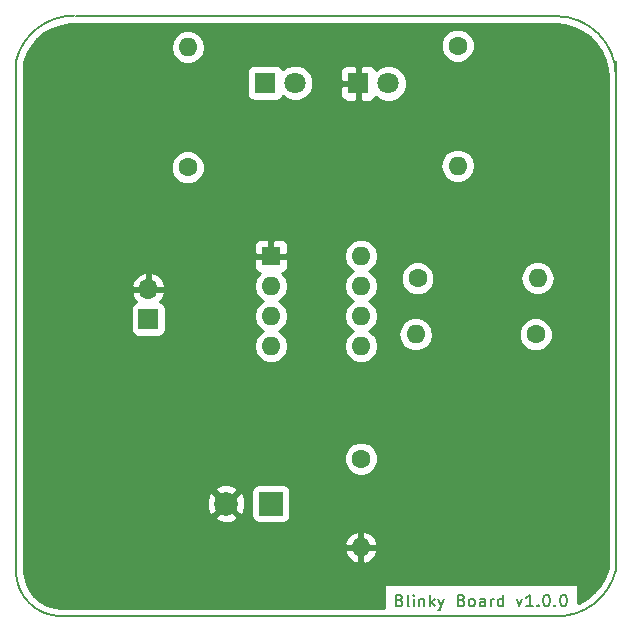
<source format=gbr>
G04 #@! TF.GenerationSoftware,KiCad,Pcbnew,(5.0.2)-1*
G04 #@! TF.CreationDate,2019-03-28T21:57:09+05:00*
G04 #@! TF.ProjectId,LM555Blinky,4c4d3535-3542-46c6-996e-6b792e6b6963,rev?*
G04 #@! TF.SameCoordinates,Original*
G04 #@! TF.FileFunction,Copper,L2,Bot*
G04 #@! TF.FilePolarity,Positive*
%FSLAX46Y46*%
G04 Gerber Fmt 4.6, Leading zero omitted, Abs format (unit mm)*
G04 Created by KiCad (PCBNEW (5.0.2)-1) date 3/28/2019 9:57:09 PM*
%MOMM*%
%LPD*%
G01*
G04 APERTURE LIST*
G04 #@! TA.AperFunction,NonConductor*
%ADD10C,0.200000*%
G04 #@! TD*
G04 #@! TA.AperFunction,NonConductor*
%ADD11C,0.150000*%
G04 #@! TD*
G04 #@! TA.AperFunction,ComponentPad*
%ADD12C,1.600000*%
G04 #@! TD*
G04 #@! TA.AperFunction,ComponentPad*
%ADD13O,1.600000X1.600000*%
G04 #@! TD*
G04 #@! TA.AperFunction,ComponentPad*
%ADD14R,2.000000X2.000000*%
G04 #@! TD*
G04 #@! TA.AperFunction,ComponentPad*
%ADD15C,2.000000*%
G04 #@! TD*
G04 #@! TA.AperFunction,ComponentPad*
%ADD16C,1.800000*%
G04 #@! TD*
G04 #@! TA.AperFunction,ComponentPad*
%ADD17R,1.800000X1.800000*%
G04 #@! TD*
G04 #@! TA.AperFunction,ComponentPad*
%ADD18R,1.600000X1.600000*%
G04 #@! TD*
G04 #@! TA.AperFunction,ComponentPad*
%ADD19R,1.700000X1.700000*%
G04 #@! TD*
G04 #@! TA.AperFunction,ComponentPad*
%ADD20O,1.700000X1.700000*%
G04 #@! TD*
G04 #@! TA.AperFunction,Conductor*
%ADD21C,0.254000*%
G04 #@! TD*
G04 APERTURE END LIST*
D10*
X197589047Y-112958571D02*
X197731904Y-113006190D01*
X197779523Y-113053809D01*
X197827142Y-113149047D01*
X197827142Y-113291904D01*
X197779523Y-113387142D01*
X197731904Y-113434761D01*
X197636666Y-113482380D01*
X197255714Y-113482380D01*
X197255714Y-112482380D01*
X197589047Y-112482380D01*
X197684285Y-112530000D01*
X197731904Y-112577619D01*
X197779523Y-112672857D01*
X197779523Y-112768095D01*
X197731904Y-112863333D01*
X197684285Y-112910952D01*
X197589047Y-112958571D01*
X197255714Y-112958571D01*
X198398571Y-113482380D02*
X198303333Y-113434761D01*
X198255714Y-113339523D01*
X198255714Y-112482380D01*
X198779523Y-113482380D02*
X198779523Y-112815714D01*
X198779523Y-112482380D02*
X198731904Y-112530000D01*
X198779523Y-112577619D01*
X198827142Y-112530000D01*
X198779523Y-112482380D01*
X198779523Y-112577619D01*
X199255714Y-112815714D02*
X199255714Y-113482380D01*
X199255714Y-112910952D02*
X199303333Y-112863333D01*
X199398571Y-112815714D01*
X199541428Y-112815714D01*
X199636666Y-112863333D01*
X199684285Y-112958571D01*
X199684285Y-113482380D01*
X200160476Y-113482380D02*
X200160476Y-112482380D01*
X200255714Y-113101428D02*
X200541428Y-113482380D01*
X200541428Y-112815714D02*
X200160476Y-113196666D01*
X200874761Y-112815714D02*
X201112857Y-113482380D01*
X201350952Y-112815714D02*
X201112857Y-113482380D01*
X201017619Y-113720476D01*
X200970000Y-113768095D01*
X200874761Y-113815714D01*
X202827142Y-112958571D02*
X202970000Y-113006190D01*
X203017619Y-113053809D01*
X203065238Y-113149047D01*
X203065238Y-113291904D01*
X203017619Y-113387142D01*
X202970000Y-113434761D01*
X202874761Y-113482380D01*
X202493809Y-113482380D01*
X202493809Y-112482380D01*
X202827142Y-112482380D01*
X202922380Y-112530000D01*
X202970000Y-112577619D01*
X203017619Y-112672857D01*
X203017619Y-112768095D01*
X202970000Y-112863333D01*
X202922380Y-112910952D01*
X202827142Y-112958571D01*
X202493809Y-112958571D01*
X203636666Y-113482380D02*
X203541428Y-113434761D01*
X203493809Y-113387142D01*
X203446190Y-113291904D01*
X203446190Y-113006190D01*
X203493809Y-112910952D01*
X203541428Y-112863333D01*
X203636666Y-112815714D01*
X203779523Y-112815714D01*
X203874761Y-112863333D01*
X203922380Y-112910952D01*
X203970000Y-113006190D01*
X203970000Y-113291904D01*
X203922380Y-113387142D01*
X203874761Y-113434761D01*
X203779523Y-113482380D01*
X203636666Y-113482380D01*
X204827142Y-113482380D02*
X204827142Y-112958571D01*
X204779523Y-112863333D01*
X204684285Y-112815714D01*
X204493809Y-112815714D01*
X204398571Y-112863333D01*
X204827142Y-113434761D02*
X204731904Y-113482380D01*
X204493809Y-113482380D01*
X204398571Y-113434761D01*
X204350952Y-113339523D01*
X204350952Y-113244285D01*
X204398571Y-113149047D01*
X204493809Y-113101428D01*
X204731904Y-113101428D01*
X204827142Y-113053809D01*
X205303333Y-113482380D02*
X205303333Y-112815714D01*
X205303333Y-113006190D02*
X205350952Y-112910952D01*
X205398571Y-112863333D01*
X205493809Y-112815714D01*
X205589047Y-112815714D01*
X206350952Y-113482380D02*
X206350952Y-112482380D01*
X206350952Y-113434761D02*
X206255714Y-113482380D01*
X206065238Y-113482380D01*
X205970000Y-113434761D01*
X205922380Y-113387142D01*
X205874761Y-113291904D01*
X205874761Y-113006190D01*
X205922380Y-112910952D01*
X205970000Y-112863333D01*
X206065238Y-112815714D01*
X206255714Y-112815714D01*
X206350952Y-112863333D01*
X207493809Y-112815714D02*
X207731904Y-113482380D01*
X207970000Y-112815714D01*
X208874761Y-113482380D02*
X208303333Y-113482380D01*
X208589047Y-113482380D02*
X208589047Y-112482380D01*
X208493809Y-112625238D01*
X208398571Y-112720476D01*
X208303333Y-112768095D01*
X209303333Y-113387142D02*
X209350952Y-113434761D01*
X209303333Y-113482380D01*
X209255714Y-113434761D01*
X209303333Y-113387142D01*
X209303333Y-113482380D01*
X209970000Y-112482380D02*
X210065238Y-112482380D01*
X210160476Y-112530000D01*
X210208095Y-112577619D01*
X210255714Y-112672857D01*
X210303333Y-112863333D01*
X210303333Y-113101428D01*
X210255714Y-113291904D01*
X210208095Y-113387142D01*
X210160476Y-113434761D01*
X210065238Y-113482380D01*
X209970000Y-113482380D01*
X209874761Y-113434761D01*
X209827142Y-113387142D01*
X209779523Y-113291904D01*
X209731904Y-113101428D01*
X209731904Y-112863333D01*
X209779523Y-112672857D01*
X209827142Y-112577619D01*
X209874761Y-112530000D01*
X209970000Y-112482380D01*
X210731904Y-113387142D02*
X210779523Y-113434761D01*
X210731904Y-113482380D01*
X210684285Y-113434761D01*
X210731904Y-113387142D01*
X210731904Y-113482380D01*
X211398571Y-112482380D02*
X211493809Y-112482380D01*
X211589047Y-112530000D01*
X211636666Y-112577619D01*
X211684285Y-112672857D01*
X211731904Y-112863333D01*
X211731904Y-113101428D01*
X211684285Y-113291904D01*
X211636666Y-113387142D01*
X211589047Y-113434761D01*
X211493809Y-113482380D01*
X211398571Y-113482380D01*
X211303333Y-113434761D01*
X211255714Y-113387142D01*
X211208095Y-113291904D01*
X211160476Y-113101428D01*
X211160476Y-112863333D01*
X211208095Y-112672857D01*
X211255714Y-112577619D01*
X211303333Y-112530000D01*
X211398571Y-112482380D01*
D11*
X210820000Y-63500000D02*
G75*
G02X215900000Y-68580000I0J-5080000D01*
G01*
X165100000Y-67310000D02*
G75*
G02X170028324Y-63462081I4928324J-1232081D01*
G01*
X215865426Y-110481356D02*
G75*
G02X210820000Y-114300000I-4893750J1223437D01*
G01*
X168910000Y-114300000D02*
G75*
G02X165100000Y-110490000I0J3810000D01*
G01*
X165100000Y-110490000D02*
X165100000Y-67310000D01*
X168910000Y-114300000D02*
X210820000Y-114300000D01*
X215900000Y-67310000D02*
X215900000Y-110490000D01*
X170180000Y-63500000D02*
X210820000Y-63500000D01*
D12*
G04 #@! TO.P,C2,1*
G04 #@! TO.N,Net-(C2-Pad1)*
X194310000Y-100965000D03*
D13*
G04 #@! TO.P,C2,2*
G04 #@! TO.N,GND*
X194310000Y-108465000D03*
G04 #@! TD*
D14*
G04 #@! TO.P,C1,1*
G04 #@! TO.N,/TRIG*
X186690000Y-104775000D03*
D15*
G04 #@! TO.P,C1,2*
G04 #@! TO.N,GND*
X182890000Y-104775000D03*
G04 #@! TD*
D16*
G04 #@! TO.P,D2,2*
G04 #@! TO.N,Net-(D2-Pad2)*
X196640000Y-69200000D03*
D17*
G04 #@! TO.P,D2,1*
G04 #@! TO.N,GND*
X194100000Y-69200000D03*
G04 #@! TD*
G04 #@! TO.P,D1,1*
G04 #@! TO.N,/BLINK*
X186200000Y-69150000D03*
D16*
G04 #@! TO.P,D1,2*
G04 #@! TO.N,Net-(D1-Pad2)*
X188740000Y-69150000D03*
G04 #@! TD*
D18*
G04 #@! TO.P,U1,1*
G04 #@! TO.N,GND*
X186690000Y-83820000D03*
D13*
G04 #@! TO.P,U1,5*
G04 #@! TO.N,Net-(C2-Pad1)*
X194310000Y-91440000D03*
G04 #@! TO.P,U1,2*
G04 #@! TO.N,/TRIG*
X186690000Y-86360000D03*
G04 #@! TO.P,U1,6*
X194310000Y-88900000D03*
G04 #@! TO.P,U1,3*
G04 #@! TO.N,/BLINK*
X186690000Y-88900000D03*
G04 #@! TO.P,U1,7*
G04 #@! TO.N,Net-(R1-Pad2)*
X194310000Y-86360000D03*
G04 #@! TO.P,U1,4*
G04 #@! TO.N,Net-(U1-Pad4)*
X186690000Y-91440000D03*
G04 #@! TO.P,U1,8*
G04 #@! TO.N,VCC*
X194310000Y-83820000D03*
G04 #@! TD*
G04 #@! TO.P,R4,2*
G04 #@! TO.N,Net-(D2-Pad2)*
X179650000Y-66140000D03*
D12*
G04 #@! TO.P,R4,1*
G04 #@! TO.N,/BLINK*
X179650000Y-76300000D03*
G04 #@! TD*
G04 #@! TO.P,R3,1*
G04 #@! TO.N,VCC*
X209100000Y-90450000D03*
D13*
G04 #@! TO.P,R3,2*
G04 #@! TO.N,Net-(D1-Pad2)*
X198940000Y-90450000D03*
G04 #@! TD*
G04 #@! TO.P,R2,2*
G04 #@! TO.N,/TRIG*
X209260000Y-85700000D03*
D12*
G04 #@! TO.P,R2,1*
G04 #@! TO.N,Net-(R1-Pad2)*
X199100000Y-85700000D03*
G04 #@! TD*
G04 #@! TO.P,R1,1*
G04 #@! TO.N,VCC*
X202500000Y-66000000D03*
D13*
G04 #@! TO.P,R1,2*
G04 #@! TO.N,Net-(R1-Pad2)*
X202500000Y-76160000D03*
G04 #@! TD*
D19*
G04 #@! TO.P,J1,1*
G04 #@! TO.N,VCC*
X176300000Y-89150000D03*
D20*
G04 #@! TO.P,J1,2*
G04 #@! TO.N,GND*
X176300000Y-86610000D03*
G04 #@! TD*
D21*
G04 #@! TO.N,GND*
G36*
X170110074Y-64210000D02*
X210788382Y-64210000D01*
X211593358Y-64281842D01*
X212342277Y-64486723D01*
X213043072Y-64820986D01*
X213673605Y-65274069D01*
X214213934Y-65831645D01*
X214646989Y-66476099D01*
X214959073Y-67187044D01*
X215141640Y-67947493D01*
X215190000Y-68606031D01*
X215190001Y-110262031D01*
X214921435Y-111036019D01*
X214544142Y-111707354D01*
X214053920Y-112301274D01*
X213466275Y-112798994D01*
X212799778Y-113184786D01*
X212657381Y-113236231D01*
X212657381Y-111625000D01*
X196282619Y-111625000D01*
X196282619Y-113590000D01*
X168945964Y-113590000D01*
X168287396Y-113523105D01*
X167690218Y-113335961D01*
X167142875Y-113032563D01*
X166667711Y-112625299D01*
X166284148Y-112130812D01*
X166007852Y-111569304D01*
X165847896Y-110955227D01*
X165810000Y-110462730D01*
X165810000Y-108814041D01*
X192918086Y-108814041D01*
X193157611Y-109320134D01*
X193572577Y-109696041D01*
X193960961Y-109856904D01*
X194183000Y-109734915D01*
X194183000Y-108592000D01*
X194437000Y-108592000D01*
X194437000Y-109734915D01*
X194659039Y-109856904D01*
X195047423Y-109696041D01*
X195462389Y-109320134D01*
X195701914Y-108814041D01*
X195580629Y-108592000D01*
X194437000Y-108592000D01*
X194183000Y-108592000D01*
X193039371Y-108592000D01*
X192918086Y-108814041D01*
X165810000Y-108814041D01*
X165810000Y-108115959D01*
X192918086Y-108115959D01*
X193039371Y-108338000D01*
X194183000Y-108338000D01*
X194183000Y-107195085D01*
X194437000Y-107195085D01*
X194437000Y-108338000D01*
X195580629Y-108338000D01*
X195701914Y-108115959D01*
X195462389Y-107609866D01*
X195047423Y-107233959D01*
X194659039Y-107073096D01*
X194437000Y-107195085D01*
X194183000Y-107195085D01*
X193960961Y-107073096D01*
X193572577Y-107233959D01*
X193157611Y-107609866D01*
X192918086Y-108115959D01*
X165810000Y-108115959D01*
X165810000Y-105927532D01*
X181917073Y-105927532D01*
X182015736Y-106194387D01*
X182625461Y-106420908D01*
X183275460Y-106396856D01*
X183764264Y-106194387D01*
X183862927Y-105927532D01*
X182890000Y-104954605D01*
X181917073Y-105927532D01*
X165810000Y-105927532D01*
X165810000Y-104510461D01*
X181244092Y-104510461D01*
X181268144Y-105160460D01*
X181470613Y-105649264D01*
X181737468Y-105747927D01*
X182710395Y-104775000D01*
X183069605Y-104775000D01*
X184042532Y-105747927D01*
X184309387Y-105649264D01*
X184535908Y-105039539D01*
X184511856Y-104389540D01*
X184309387Y-103900736D01*
X184042532Y-103802073D01*
X183069605Y-104775000D01*
X182710395Y-104775000D01*
X181737468Y-103802073D01*
X181470613Y-103900736D01*
X181244092Y-104510461D01*
X165810000Y-104510461D01*
X165810000Y-103622468D01*
X181917073Y-103622468D01*
X182890000Y-104595395D01*
X183710395Y-103775000D01*
X185042560Y-103775000D01*
X185042560Y-105775000D01*
X185091843Y-106022765D01*
X185232191Y-106232809D01*
X185442235Y-106373157D01*
X185690000Y-106422440D01*
X187690000Y-106422440D01*
X187937765Y-106373157D01*
X188147809Y-106232809D01*
X188288157Y-106022765D01*
X188337440Y-105775000D01*
X188337440Y-103775000D01*
X188288157Y-103527235D01*
X188147809Y-103317191D01*
X187937765Y-103176843D01*
X187690000Y-103127560D01*
X185690000Y-103127560D01*
X185442235Y-103176843D01*
X185232191Y-103317191D01*
X185091843Y-103527235D01*
X185042560Y-103775000D01*
X183710395Y-103775000D01*
X183862927Y-103622468D01*
X183764264Y-103355613D01*
X183154539Y-103129092D01*
X182504540Y-103153144D01*
X182015736Y-103355613D01*
X181917073Y-103622468D01*
X165810000Y-103622468D01*
X165810000Y-100679561D01*
X192875000Y-100679561D01*
X192875000Y-101250439D01*
X193093466Y-101777862D01*
X193497138Y-102181534D01*
X194024561Y-102400000D01*
X194595439Y-102400000D01*
X195122862Y-102181534D01*
X195526534Y-101777862D01*
X195745000Y-101250439D01*
X195745000Y-100679561D01*
X195526534Y-100152138D01*
X195122862Y-99748466D01*
X194595439Y-99530000D01*
X194024561Y-99530000D01*
X193497138Y-99748466D01*
X193093466Y-100152138D01*
X192875000Y-100679561D01*
X165810000Y-100679561D01*
X165810000Y-88300000D01*
X174802560Y-88300000D01*
X174802560Y-90000000D01*
X174851843Y-90247765D01*
X174992191Y-90457809D01*
X175202235Y-90598157D01*
X175450000Y-90647440D01*
X177150000Y-90647440D01*
X177397765Y-90598157D01*
X177607809Y-90457809D01*
X177748157Y-90247765D01*
X177797440Y-90000000D01*
X177797440Y-88300000D01*
X177748157Y-88052235D01*
X177607809Y-87842191D01*
X177397765Y-87701843D01*
X177294292Y-87681261D01*
X177571645Y-87376924D01*
X177741476Y-86966890D01*
X177620155Y-86737000D01*
X176427000Y-86737000D01*
X176427000Y-86757000D01*
X176173000Y-86757000D01*
X176173000Y-86737000D01*
X174979845Y-86737000D01*
X174858524Y-86966890D01*
X175028355Y-87376924D01*
X175305708Y-87681261D01*
X175202235Y-87701843D01*
X174992191Y-87842191D01*
X174851843Y-88052235D01*
X174802560Y-88300000D01*
X165810000Y-88300000D01*
X165810000Y-86253110D01*
X174858524Y-86253110D01*
X174979845Y-86483000D01*
X176173000Y-86483000D01*
X176173000Y-85289181D01*
X176427000Y-85289181D01*
X176427000Y-86483000D01*
X177620155Y-86483000D01*
X177685066Y-86360000D01*
X185226887Y-86360000D01*
X185338260Y-86919909D01*
X185655423Y-87394577D01*
X186007758Y-87630000D01*
X185655423Y-87865423D01*
X185338260Y-88340091D01*
X185226887Y-88900000D01*
X185338260Y-89459909D01*
X185655423Y-89934577D01*
X186007758Y-90170000D01*
X185655423Y-90405423D01*
X185338260Y-90880091D01*
X185226887Y-91440000D01*
X185338260Y-91999909D01*
X185655423Y-92474577D01*
X186130091Y-92791740D01*
X186548667Y-92875000D01*
X186831333Y-92875000D01*
X187249909Y-92791740D01*
X187724577Y-92474577D01*
X188041740Y-91999909D01*
X188153113Y-91440000D01*
X188041740Y-90880091D01*
X187724577Y-90405423D01*
X187372242Y-90170000D01*
X187724577Y-89934577D01*
X188041740Y-89459909D01*
X188153113Y-88900000D01*
X188041740Y-88340091D01*
X187724577Y-87865423D01*
X187372242Y-87630000D01*
X187724577Y-87394577D01*
X188041740Y-86919909D01*
X188153113Y-86360000D01*
X188041740Y-85800091D01*
X187724577Y-85325423D01*
X187618082Y-85254265D01*
X187849698Y-85158327D01*
X188028327Y-84979699D01*
X188125000Y-84746310D01*
X188125000Y-84105750D01*
X187966250Y-83947000D01*
X186817000Y-83947000D01*
X186817000Y-83967000D01*
X186563000Y-83967000D01*
X186563000Y-83947000D01*
X185413750Y-83947000D01*
X185255000Y-84105750D01*
X185255000Y-84746310D01*
X185351673Y-84979699D01*
X185530302Y-85158327D01*
X185761918Y-85254265D01*
X185655423Y-85325423D01*
X185338260Y-85800091D01*
X185226887Y-86360000D01*
X177685066Y-86360000D01*
X177741476Y-86253110D01*
X177571645Y-85843076D01*
X177181358Y-85414817D01*
X176656892Y-85168514D01*
X176427000Y-85289181D01*
X176173000Y-85289181D01*
X175943108Y-85168514D01*
X175418642Y-85414817D01*
X175028355Y-85843076D01*
X174858524Y-86253110D01*
X165810000Y-86253110D01*
X165810000Y-83820000D01*
X192846887Y-83820000D01*
X192958260Y-84379909D01*
X193275423Y-84854577D01*
X193627758Y-85090000D01*
X193275423Y-85325423D01*
X192958260Y-85800091D01*
X192846887Y-86360000D01*
X192958260Y-86919909D01*
X193275423Y-87394577D01*
X193627758Y-87630000D01*
X193275423Y-87865423D01*
X192958260Y-88340091D01*
X192846887Y-88900000D01*
X192958260Y-89459909D01*
X193275423Y-89934577D01*
X193627758Y-90170000D01*
X193275423Y-90405423D01*
X192958260Y-90880091D01*
X192846887Y-91440000D01*
X192958260Y-91999909D01*
X193275423Y-92474577D01*
X193750091Y-92791740D01*
X194168667Y-92875000D01*
X194451333Y-92875000D01*
X194869909Y-92791740D01*
X195344577Y-92474577D01*
X195661740Y-91999909D01*
X195773113Y-91440000D01*
X195661740Y-90880091D01*
X195374363Y-90450000D01*
X197476887Y-90450000D01*
X197588260Y-91009909D01*
X197905423Y-91484577D01*
X198380091Y-91801740D01*
X198798667Y-91885000D01*
X199081333Y-91885000D01*
X199499909Y-91801740D01*
X199974577Y-91484577D01*
X200291740Y-91009909D01*
X200403113Y-90450000D01*
X200346336Y-90164561D01*
X207665000Y-90164561D01*
X207665000Y-90735439D01*
X207883466Y-91262862D01*
X208287138Y-91666534D01*
X208814561Y-91885000D01*
X209385439Y-91885000D01*
X209912862Y-91666534D01*
X210316534Y-91262862D01*
X210535000Y-90735439D01*
X210535000Y-90164561D01*
X210316534Y-89637138D01*
X209912862Y-89233466D01*
X209385439Y-89015000D01*
X208814561Y-89015000D01*
X208287138Y-89233466D01*
X207883466Y-89637138D01*
X207665000Y-90164561D01*
X200346336Y-90164561D01*
X200291740Y-89890091D01*
X199974577Y-89415423D01*
X199499909Y-89098260D01*
X199081333Y-89015000D01*
X198798667Y-89015000D01*
X198380091Y-89098260D01*
X197905423Y-89415423D01*
X197588260Y-89890091D01*
X197476887Y-90450000D01*
X195374363Y-90450000D01*
X195344577Y-90405423D01*
X194992242Y-90170000D01*
X195344577Y-89934577D01*
X195661740Y-89459909D01*
X195773113Y-88900000D01*
X195661740Y-88340091D01*
X195344577Y-87865423D01*
X194992242Y-87630000D01*
X195344577Y-87394577D01*
X195661740Y-86919909D01*
X195773113Y-86360000D01*
X195661740Y-85800091D01*
X195404138Y-85414561D01*
X197665000Y-85414561D01*
X197665000Y-85985439D01*
X197883466Y-86512862D01*
X198287138Y-86916534D01*
X198814561Y-87135000D01*
X199385439Y-87135000D01*
X199912862Y-86916534D01*
X200316534Y-86512862D01*
X200535000Y-85985439D01*
X200535000Y-85700000D01*
X207796887Y-85700000D01*
X207908260Y-86259909D01*
X208225423Y-86734577D01*
X208700091Y-87051740D01*
X209118667Y-87135000D01*
X209401333Y-87135000D01*
X209819909Y-87051740D01*
X210294577Y-86734577D01*
X210611740Y-86259909D01*
X210723113Y-85700000D01*
X210611740Y-85140091D01*
X210294577Y-84665423D01*
X209819909Y-84348260D01*
X209401333Y-84265000D01*
X209118667Y-84265000D01*
X208700091Y-84348260D01*
X208225423Y-84665423D01*
X207908260Y-85140091D01*
X207796887Y-85700000D01*
X200535000Y-85700000D01*
X200535000Y-85414561D01*
X200316534Y-84887138D01*
X199912862Y-84483466D01*
X199385439Y-84265000D01*
X198814561Y-84265000D01*
X198287138Y-84483466D01*
X197883466Y-84887138D01*
X197665000Y-85414561D01*
X195404138Y-85414561D01*
X195344577Y-85325423D01*
X194992242Y-85090000D01*
X195344577Y-84854577D01*
X195661740Y-84379909D01*
X195773113Y-83820000D01*
X195661740Y-83260091D01*
X195344577Y-82785423D01*
X194869909Y-82468260D01*
X194451333Y-82385000D01*
X194168667Y-82385000D01*
X193750091Y-82468260D01*
X193275423Y-82785423D01*
X192958260Y-83260091D01*
X192846887Y-83820000D01*
X165810000Y-83820000D01*
X165810000Y-82893690D01*
X185255000Y-82893690D01*
X185255000Y-83534250D01*
X185413750Y-83693000D01*
X186563000Y-83693000D01*
X186563000Y-82543750D01*
X186817000Y-82543750D01*
X186817000Y-83693000D01*
X187966250Y-83693000D01*
X188125000Y-83534250D01*
X188125000Y-82893690D01*
X188028327Y-82660301D01*
X187849698Y-82481673D01*
X187616309Y-82385000D01*
X186975750Y-82385000D01*
X186817000Y-82543750D01*
X186563000Y-82543750D01*
X186404250Y-82385000D01*
X185763691Y-82385000D01*
X185530302Y-82481673D01*
X185351673Y-82660301D01*
X185255000Y-82893690D01*
X165810000Y-82893690D01*
X165810000Y-76014561D01*
X178215000Y-76014561D01*
X178215000Y-76585439D01*
X178433466Y-77112862D01*
X178837138Y-77516534D01*
X179364561Y-77735000D01*
X179935439Y-77735000D01*
X180462862Y-77516534D01*
X180866534Y-77112862D01*
X181085000Y-76585439D01*
X181085000Y-76160000D01*
X201036887Y-76160000D01*
X201148260Y-76719909D01*
X201465423Y-77194577D01*
X201940091Y-77511740D01*
X202358667Y-77595000D01*
X202641333Y-77595000D01*
X203059909Y-77511740D01*
X203534577Y-77194577D01*
X203851740Y-76719909D01*
X203963113Y-76160000D01*
X203851740Y-75600091D01*
X203534577Y-75125423D01*
X203059909Y-74808260D01*
X202641333Y-74725000D01*
X202358667Y-74725000D01*
X201940091Y-74808260D01*
X201465423Y-75125423D01*
X201148260Y-75600091D01*
X201036887Y-76160000D01*
X181085000Y-76160000D01*
X181085000Y-76014561D01*
X180866534Y-75487138D01*
X180462862Y-75083466D01*
X179935439Y-74865000D01*
X179364561Y-74865000D01*
X178837138Y-75083466D01*
X178433466Y-75487138D01*
X178215000Y-76014561D01*
X165810000Y-76014561D01*
X165810000Y-68250000D01*
X184652560Y-68250000D01*
X184652560Y-70050000D01*
X184701843Y-70297765D01*
X184842191Y-70507809D01*
X185052235Y-70648157D01*
X185300000Y-70697440D01*
X187100000Y-70697440D01*
X187347765Y-70648157D01*
X187557809Y-70507809D01*
X187698157Y-70297765D01*
X187701275Y-70282092D01*
X187870493Y-70451310D01*
X188434670Y-70685000D01*
X189045330Y-70685000D01*
X189609507Y-70451310D01*
X190041310Y-70019507D01*
X190262399Y-69485750D01*
X192565000Y-69485750D01*
X192565000Y-70226310D01*
X192661673Y-70459699D01*
X192840302Y-70638327D01*
X193073691Y-70735000D01*
X193814250Y-70735000D01*
X193973000Y-70576250D01*
X193973000Y-69327000D01*
X192723750Y-69327000D01*
X192565000Y-69485750D01*
X190262399Y-69485750D01*
X190275000Y-69455330D01*
X190275000Y-68844670D01*
X190041310Y-68280493D01*
X189934507Y-68173690D01*
X192565000Y-68173690D01*
X192565000Y-68914250D01*
X192723750Y-69073000D01*
X193973000Y-69073000D01*
X193973000Y-67823750D01*
X194227000Y-67823750D01*
X194227000Y-69073000D01*
X194247000Y-69073000D01*
X194247000Y-69327000D01*
X194227000Y-69327000D01*
X194227000Y-70576250D01*
X194385750Y-70735000D01*
X195126309Y-70735000D01*
X195359698Y-70638327D01*
X195538327Y-70459699D01*
X195594139Y-70324956D01*
X195770493Y-70501310D01*
X196334670Y-70735000D01*
X196945330Y-70735000D01*
X197509507Y-70501310D01*
X197941310Y-70069507D01*
X198175000Y-69505330D01*
X198175000Y-68894670D01*
X197941310Y-68330493D01*
X197509507Y-67898690D01*
X196945330Y-67665000D01*
X196334670Y-67665000D01*
X195770493Y-67898690D01*
X195594139Y-68075044D01*
X195538327Y-67940301D01*
X195359698Y-67761673D01*
X195126309Y-67665000D01*
X194385750Y-67665000D01*
X194227000Y-67823750D01*
X193973000Y-67823750D01*
X193814250Y-67665000D01*
X193073691Y-67665000D01*
X192840302Y-67761673D01*
X192661673Y-67940301D01*
X192565000Y-68173690D01*
X189934507Y-68173690D01*
X189609507Y-67848690D01*
X189045330Y-67615000D01*
X188434670Y-67615000D01*
X187870493Y-67848690D01*
X187701275Y-68017908D01*
X187698157Y-68002235D01*
X187557809Y-67792191D01*
X187347765Y-67651843D01*
X187100000Y-67602560D01*
X185300000Y-67602560D01*
X185052235Y-67651843D01*
X184842191Y-67792191D01*
X184701843Y-68002235D01*
X184652560Y-68250000D01*
X165810000Y-68250000D01*
X165810000Y-67429682D01*
X166046068Y-66749351D01*
X166388527Y-66140000D01*
X178186887Y-66140000D01*
X178298260Y-66699909D01*
X178615423Y-67174577D01*
X179090091Y-67491740D01*
X179508667Y-67575000D01*
X179791333Y-67575000D01*
X180209909Y-67491740D01*
X180684577Y-67174577D01*
X181001740Y-66699909D01*
X181113113Y-66140000D01*
X181028488Y-65714561D01*
X201065000Y-65714561D01*
X201065000Y-66285439D01*
X201283466Y-66812862D01*
X201687138Y-67216534D01*
X202214561Y-67435000D01*
X202785439Y-67435000D01*
X203312862Y-67216534D01*
X203716534Y-66812862D01*
X203935000Y-66285439D01*
X203935000Y-65714561D01*
X203716534Y-65187138D01*
X203312862Y-64783466D01*
X202785439Y-64565000D01*
X202214561Y-64565000D01*
X201687138Y-64783466D01*
X201283466Y-65187138D01*
X201065000Y-65714561D01*
X181028488Y-65714561D01*
X181001740Y-65580091D01*
X180684577Y-65105423D01*
X180209909Y-64788260D01*
X179791333Y-64705000D01*
X179508667Y-64705000D01*
X179090091Y-64788260D01*
X178615423Y-65105423D01*
X178298260Y-65580091D01*
X178186887Y-66140000D01*
X166388527Y-66140000D01*
X166426466Y-66072494D01*
X166920721Y-65473686D01*
X167513201Y-64971871D01*
X168185182Y-64582905D01*
X168915416Y-64319086D01*
X169698151Y-64185800D01*
X169939972Y-64176165D01*
X170110074Y-64210000D01*
X170110074Y-64210000D01*
G37*
X170110074Y-64210000D02*
X210788382Y-64210000D01*
X211593358Y-64281842D01*
X212342277Y-64486723D01*
X213043072Y-64820986D01*
X213673605Y-65274069D01*
X214213934Y-65831645D01*
X214646989Y-66476099D01*
X214959073Y-67187044D01*
X215141640Y-67947493D01*
X215190000Y-68606031D01*
X215190001Y-110262031D01*
X214921435Y-111036019D01*
X214544142Y-111707354D01*
X214053920Y-112301274D01*
X213466275Y-112798994D01*
X212799778Y-113184786D01*
X212657381Y-113236231D01*
X212657381Y-111625000D01*
X196282619Y-111625000D01*
X196282619Y-113590000D01*
X168945964Y-113590000D01*
X168287396Y-113523105D01*
X167690218Y-113335961D01*
X167142875Y-113032563D01*
X166667711Y-112625299D01*
X166284148Y-112130812D01*
X166007852Y-111569304D01*
X165847896Y-110955227D01*
X165810000Y-110462730D01*
X165810000Y-108814041D01*
X192918086Y-108814041D01*
X193157611Y-109320134D01*
X193572577Y-109696041D01*
X193960961Y-109856904D01*
X194183000Y-109734915D01*
X194183000Y-108592000D01*
X194437000Y-108592000D01*
X194437000Y-109734915D01*
X194659039Y-109856904D01*
X195047423Y-109696041D01*
X195462389Y-109320134D01*
X195701914Y-108814041D01*
X195580629Y-108592000D01*
X194437000Y-108592000D01*
X194183000Y-108592000D01*
X193039371Y-108592000D01*
X192918086Y-108814041D01*
X165810000Y-108814041D01*
X165810000Y-108115959D01*
X192918086Y-108115959D01*
X193039371Y-108338000D01*
X194183000Y-108338000D01*
X194183000Y-107195085D01*
X194437000Y-107195085D01*
X194437000Y-108338000D01*
X195580629Y-108338000D01*
X195701914Y-108115959D01*
X195462389Y-107609866D01*
X195047423Y-107233959D01*
X194659039Y-107073096D01*
X194437000Y-107195085D01*
X194183000Y-107195085D01*
X193960961Y-107073096D01*
X193572577Y-107233959D01*
X193157611Y-107609866D01*
X192918086Y-108115959D01*
X165810000Y-108115959D01*
X165810000Y-105927532D01*
X181917073Y-105927532D01*
X182015736Y-106194387D01*
X182625461Y-106420908D01*
X183275460Y-106396856D01*
X183764264Y-106194387D01*
X183862927Y-105927532D01*
X182890000Y-104954605D01*
X181917073Y-105927532D01*
X165810000Y-105927532D01*
X165810000Y-104510461D01*
X181244092Y-104510461D01*
X181268144Y-105160460D01*
X181470613Y-105649264D01*
X181737468Y-105747927D01*
X182710395Y-104775000D01*
X183069605Y-104775000D01*
X184042532Y-105747927D01*
X184309387Y-105649264D01*
X184535908Y-105039539D01*
X184511856Y-104389540D01*
X184309387Y-103900736D01*
X184042532Y-103802073D01*
X183069605Y-104775000D01*
X182710395Y-104775000D01*
X181737468Y-103802073D01*
X181470613Y-103900736D01*
X181244092Y-104510461D01*
X165810000Y-104510461D01*
X165810000Y-103622468D01*
X181917073Y-103622468D01*
X182890000Y-104595395D01*
X183710395Y-103775000D01*
X185042560Y-103775000D01*
X185042560Y-105775000D01*
X185091843Y-106022765D01*
X185232191Y-106232809D01*
X185442235Y-106373157D01*
X185690000Y-106422440D01*
X187690000Y-106422440D01*
X187937765Y-106373157D01*
X188147809Y-106232809D01*
X188288157Y-106022765D01*
X188337440Y-105775000D01*
X188337440Y-103775000D01*
X188288157Y-103527235D01*
X188147809Y-103317191D01*
X187937765Y-103176843D01*
X187690000Y-103127560D01*
X185690000Y-103127560D01*
X185442235Y-103176843D01*
X185232191Y-103317191D01*
X185091843Y-103527235D01*
X185042560Y-103775000D01*
X183710395Y-103775000D01*
X183862927Y-103622468D01*
X183764264Y-103355613D01*
X183154539Y-103129092D01*
X182504540Y-103153144D01*
X182015736Y-103355613D01*
X181917073Y-103622468D01*
X165810000Y-103622468D01*
X165810000Y-100679561D01*
X192875000Y-100679561D01*
X192875000Y-101250439D01*
X193093466Y-101777862D01*
X193497138Y-102181534D01*
X194024561Y-102400000D01*
X194595439Y-102400000D01*
X195122862Y-102181534D01*
X195526534Y-101777862D01*
X195745000Y-101250439D01*
X195745000Y-100679561D01*
X195526534Y-100152138D01*
X195122862Y-99748466D01*
X194595439Y-99530000D01*
X194024561Y-99530000D01*
X193497138Y-99748466D01*
X193093466Y-100152138D01*
X192875000Y-100679561D01*
X165810000Y-100679561D01*
X165810000Y-88300000D01*
X174802560Y-88300000D01*
X174802560Y-90000000D01*
X174851843Y-90247765D01*
X174992191Y-90457809D01*
X175202235Y-90598157D01*
X175450000Y-90647440D01*
X177150000Y-90647440D01*
X177397765Y-90598157D01*
X177607809Y-90457809D01*
X177748157Y-90247765D01*
X177797440Y-90000000D01*
X177797440Y-88300000D01*
X177748157Y-88052235D01*
X177607809Y-87842191D01*
X177397765Y-87701843D01*
X177294292Y-87681261D01*
X177571645Y-87376924D01*
X177741476Y-86966890D01*
X177620155Y-86737000D01*
X176427000Y-86737000D01*
X176427000Y-86757000D01*
X176173000Y-86757000D01*
X176173000Y-86737000D01*
X174979845Y-86737000D01*
X174858524Y-86966890D01*
X175028355Y-87376924D01*
X175305708Y-87681261D01*
X175202235Y-87701843D01*
X174992191Y-87842191D01*
X174851843Y-88052235D01*
X174802560Y-88300000D01*
X165810000Y-88300000D01*
X165810000Y-86253110D01*
X174858524Y-86253110D01*
X174979845Y-86483000D01*
X176173000Y-86483000D01*
X176173000Y-85289181D01*
X176427000Y-85289181D01*
X176427000Y-86483000D01*
X177620155Y-86483000D01*
X177685066Y-86360000D01*
X185226887Y-86360000D01*
X185338260Y-86919909D01*
X185655423Y-87394577D01*
X186007758Y-87630000D01*
X185655423Y-87865423D01*
X185338260Y-88340091D01*
X185226887Y-88900000D01*
X185338260Y-89459909D01*
X185655423Y-89934577D01*
X186007758Y-90170000D01*
X185655423Y-90405423D01*
X185338260Y-90880091D01*
X185226887Y-91440000D01*
X185338260Y-91999909D01*
X185655423Y-92474577D01*
X186130091Y-92791740D01*
X186548667Y-92875000D01*
X186831333Y-92875000D01*
X187249909Y-92791740D01*
X187724577Y-92474577D01*
X188041740Y-91999909D01*
X188153113Y-91440000D01*
X188041740Y-90880091D01*
X187724577Y-90405423D01*
X187372242Y-90170000D01*
X187724577Y-89934577D01*
X188041740Y-89459909D01*
X188153113Y-88900000D01*
X188041740Y-88340091D01*
X187724577Y-87865423D01*
X187372242Y-87630000D01*
X187724577Y-87394577D01*
X188041740Y-86919909D01*
X188153113Y-86360000D01*
X188041740Y-85800091D01*
X187724577Y-85325423D01*
X187618082Y-85254265D01*
X187849698Y-85158327D01*
X188028327Y-84979699D01*
X188125000Y-84746310D01*
X188125000Y-84105750D01*
X187966250Y-83947000D01*
X186817000Y-83947000D01*
X186817000Y-83967000D01*
X186563000Y-83967000D01*
X186563000Y-83947000D01*
X185413750Y-83947000D01*
X185255000Y-84105750D01*
X185255000Y-84746310D01*
X185351673Y-84979699D01*
X185530302Y-85158327D01*
X185761918Y-85254265D01*
X185655423Y-85325423D01*
X185338260Y-85800091D01*
X185226887Y-86360000D01*
X177685066Y-86360000D01*
X177741476Y-86253110D01*
X177571645Y-85843076D01*
X177181358Y-85414817D01*
X176656892Y-85168514D01*
X176427000Y-85289181D01*
X176173000Y-85289181D01*
X175943108Y-85168514D01*
X175418642Y-85414817D01*
X175028355Y-85843076D01*
X174858524Y-86253110D01*
X165810000Y-86253110D01*
X165810000Y-83820000D01*
X192846887Y-83820000D01*
X192958260Y-84379909D01*
X193275423Y-84854577D01*
X193627758Y-85090000D01*
X193275423Y-85325423D01*
X192958260Y-85800091D01*
X192846887Y-86360000D01*
X192958260Y-86919909D01*
X193275423Y-87394577D01*
X193627758Y-87630000D01*
X193275423Y-87865423D01*
X192958260Y-88340091D01*
X192846887Y-88900000D01*
X192958260Y-89459909D01*
X193275423Y-89934577D01*
X193627758Y-90170000D01*
X193275423Y-90405423D01*
X192958260Y-90880091D01*
X192846887Y-91440000D01*
X192958260Y-91999909D01*
X193275423Y-92474577D01*
X193750091Y-92791740D01*
X194168667Y-92875000D01*
X194451333Y-92875000D01*
X194869909Y-92791740D01*
X195344577Y-92474577D01*
X195661740Y-91999909D01*
X195773113Y-91440000D01*
X195661740Y-90880091D01*
X195374363Y-90450000D01*
X197476887Y-90450000D01*
X197588260Y-91009909D01*
X197905423Y-91484577D01*
X198380091Y-91801740D01*
X198798667Y-91885000D01*
X199081333Y-91885000D01*
X199499909Y-91801740D01*
X199974577Y-91484577D01*
X200291740Y-91009909D01*
X200403113Y-90450000D01*
X200346336Y-90164561D01*
X207665000Y-90164561D01*
X207665000Y-90735439D01*
X207883466Y-91262862D01*
X208287138Y-91666534D01*
X208814561Y-91885000D01*
X209385439Y-91885000D01*
X209912862Y-91666534D01*
X210316534Y-91262862D01*
X210535000Y-90735439D01*
X210535000Y-90164561D01*
X210316534Y-89637138D01*
X209912862Y-89233466D01*
X209385439Y-89015000D01*
X208814561Y-89015000D01*
X208287138Y-89233466D01*
X207883466Y-89637138D01*
X207665000Y-90164561D01*
X200346336Y-90164561D01*
X200291740Y-89890091D01*
X199974577Y-89415423D01*
X199499909Y-89098260D01*
X199081333Y-89015000D01*
X198798667Y-89015000D01*
X198380091Y-89098260D01*
X197905423Y-89415423D01*
X197588260Y-89890091D01*
X197476887Y-90450000D01*
X195374363Y-90450000D01*
X195344577Y-90405423D01*
X194992242Y-90170000D01*
X195344577Y-89934577D01*
X195661740Y-89459909D01*
X195773113Y-88900000D01*
X195661740Y-88340091D01*
X195344577Y-87865423D01*
X194992242Y-87630000D01*
X195344577Y-87394577D01*
X195661740Y-86919909D01*
X195773113Y-86360000D01*
X195661740Y-85800091D01*
X195404138Y-85414561D01*
X197665000Y-85414561D01*
X197665000Y-85985439D01*
X197883466Y-86512862D01*
X198287138Y-86916534D01*
X198814561Y-87135000D01*
X199385439Y-87135000D01*
X199912862Y-86916534D01*
X200316534Y-86512862D01*
X200535000Y-85985439D01*
X200535000Y-85700000D01*
X207796887Y-85700000D01*
X207908260Y-86259909D01*
X208225423Y-86734577D01*
X208700091Y-87051740D01*
X209118667Y-87135000D01*
X209401333Y-87135000D01*
X209819909Y-87051740D01*
X210294577Y-86734577D01*
X210611740Y-86259909D01*
X210723113Y-85700000D01*
X210611740Y-85140091D01*
X210294577Y-84665423D01*
X209819909Y-84348260D01*
X209401333Y-84265000D01*
X209118667Y-84265000D01*
X208700091Y-84348260D01*
X208225423Y-84665423D01*
X207908260Y-85140091D01*
X207796887Y-85700000D01*
X200535000Y-85700000D01*
X200535000Y-85414561D01*
X200316534Y-84887138D01*
X199912862Y-84483466D01*
X199385439Y-84265000D01*
X198814561Y-84265000D01*
X198287138Y-84483466D01*
X197883466Y-84887138D01*
X197665000Y-85414561D01*
X195404138Y-85414561D01*
X195344577Y-85325423D01*
X194992242Y-85090000D01*
X195344577Y-84854577D01*
X195661740Y-84379909D01*
X195773113Y-83820000D01*
X195661740Y-83260091D01*
X195344577Y-82785423D01*
X194869909Y-82468260D01*
X194451333Y-82385000D01*
X194168667Y-82385000D01*
X193750091Y-82468260D01*
X193275423Y-82785423D01*
X192958260Y-83260091D01*
X192846887Y-83820000D01*
X165810000Y-83820000D01*
X165810000Y-82893690D01*
X185255000Y-82893690D01*
X185255000Y-83534250D01*
X185413750Y-83693000D01*
X186563000Y-83693000D01*
X186563000Y-82543750D01*
X186817000Y-82543750D01*
X186817000Y-83693000D01*
X187966250Y-83693000D01*
X188125000Y-83534250D01*
X188125000Y-82893690D01*
X188028327Y-82660301D01*
X187849698Y-82481673D01*
X187616309Y-82385000D01*
X186975750Y-82385000D01*
X186817000Y-82543750D01*
X186563000Y-82543750D01*
X186404250Y-82385000D01*
X185763691Y-82385000D01*
X185530302Y-82481673D01*
X185351673Y-82660301D01*
X185255000Y-82893690D01*
X165810000Y-82893690D01*
X165810000Y-76014561D01*
X178215000Y-76014561D01*
X178215000Y-76585439D01*
X178433466Y-77112862D01*
X178837138Y-77516534D01*
X179364561Y-77735000D01*
X179935439Y-77735000D01*
X180462862Y-77516534D01*
X180866534Y-77112862D01*
X181085000Y-76585439D01*
X181085000Y-76160000D01*
X201036887Y-76160000D01*
X201148260Y-76719909D01*
X201465423Y-77194577D01*
X201940091Y-77511740D01*
X202358667Y-77595000D01*
X202641333Y-77595000D01*
X203059909Y-77511740D01*
X203534577Y-77194577D01*
X203851740Y-76719909D01*
X203963113Y-76160000D01*
X203851740Y-75600091D01*
X203534577Y-75125423D01*
X203059909Y-74808260D01*
X202641333Y-74725000D01*
X202358667Y-74725000D01*
X201940091Y-74808260D01*
X201465423Y-75125423D01*
X201148260Y-75600091D01*
X201036887Y-76160000D01*
X181085000Y-76160000D01*
X181085000Y-76014561D01*
X180866534Y-75487138D01*
X180462862Y-75083466D01*
X179935439Y-74865000D01*
X179364561Y-74865000D01*
X178837138Y-75083466D01*
X178433466Y-75487138D01*
X178215000Y-76014561D01*
X165810000Y-76014561D01*
X165810000Y-68250000D01*
X184652560Y-68250000D01*
X184652560Y-70050000D01*
X184701843Y-70297765D01*
X184842191Y-70507809D01*
X185052235Y-70648157D01*
X185300000Y-70697440D01*
X187100000Y-70697440D01*
X187347765Y-70648157D01*
X187557809Y-70507809D01*
X187698157Y-70297765D01*
X187701275Y-70282092D01*
X187870493Y-70451310D01*
X188434670Y-70685000D01*
X189045330Y-70685000D01*
X189609507Y-70451310D01*
X190041310Y-70019507D01*
X190262399Y-69485750D01*
X192565000Y-69485750D01*
X192565000Y-70226310D01*
X192661673Y-70459699D01*
X192840302Y-70638327D01*
X193073691Y-70735000D01*
X193814250Y-70735000D01*
X193973000Y-70576250D01*
X193973000Y-69327000D01*
X192723750Y-69327000D01*
X192565000Y-69485750D01*
X190262399Y-69485750D01*
X190275000Y-69455330D01*
X190275000Y-68844670D01*
X190041310Y-68280493D01*
X189934507Y-68173690D01*
X192565000Y-68173690D01*
X192565000Y-68914250D01*
X192723750Y-69073000D01*
X193973000Y-69073000D01*
X193973000Y-67823750D01*
X194227000Y-67823750D01*
X194227000Y-69073000D01*
X194247000Y-69073000D01*
X194247000Y-69327000D01*
X194227000Y-69327000D01*
X194227000Y-70576250D01*
X194385750Y-70735000D01*
X195126309Y-70735000D01*
X195359698Y-70638327D01*
X195538327Y-70459699D01*
X195594139Y-70324956D01*
X195770493Y-70501310D01*
X196334670Y-70735000D01*
X196945330Y-70735000D01*
X197509507Y-70501310D01*
X197941310Y-70069507D01*
X198175000Y-69505330D01*
X198175000Y-68894670D01*
X197941310Y-68330493D01*
X197509507Y-67898690D01*
X196945330Y-67665000D01*
X196334670Y-67665000D01*
X195770493Y-67898690D01*
X195594139Y-68075044D01*
X195538327Y-67940301D01*
X195359698Y-67761673D01*
X195126309Y-67665000D01*
X194385750Y-67665000D01*
X194227000Y-67823750D01*
X193973000Y-67823750D01*
X193814250Y-67665000D01*
X193073691Y-67665000D01*
X192840302Y-67761673D01*
X192661673Y-67940301D01*
X192565000Y-68173690D01*
X189934507Y-68173690D01*
X189609507Y-67848690D01*
X189045330Y-67615000D01*
X188434670Y-67615000D01*
X187870493Y-67848690D01*
X187701275Y-68017908D01*
X187698157Y-68002235D01*
X187557809Y-67792191D01*
X187347765Y-67651843D01*
X187100000Y-67602560D01*
X185300000Y-67602560D01*
X185052235Y-67651843D01*
X184842191Y-67792191D01*
X184701843Y-68002235D01*
X184652560Y-68250000D01*
X165810000Y-68250000D01*
X165810000Y-67429682D01*
X166046068Y-66749351D01*
X166388527Y-66140000D01*
X178186887Y-66140000D01*
X178298260Y-66699909D01*
X178615423Y-67174577D01*
X179090091Y-67491740D01*
X179508667Y-67575000D01*
X179791333Y-67575000D01*
X180209909Y-67491740D01*
X180684577Y-67174577D01*
X181001740Y-66699909D01*
X181113113Y-66140000D01*
X181028488Y-65714561D01*
X201065000Y-65714561D01*
X201065000Y-66285439D01*
X201283466Y-66812862D01*
X201687138Y-67216534D01*
X202214561Y-67435000D01*
X202785439Y-67435000D01*
X203312862Y-67216534D01*
X203716534Y-66812862D01*
X203935000Y-66285439D01*
X203935000Y-65714561D01*
X203716534Y-65187138D01*
X203312862Y-64783466D01*
X202785439Y-64565000D01*
X202214561Y-64565000D01*
X201687138Y-64783466D01*
X201283466Y-65187138D01*
X201065000Y-65714561D01*
X181028488Y-65714561D01*
X181001740Y-65580091D01*
X180684577Y-65105423D01*
X180209909Y-64788260D01*
X179791333Y-64705000D01*
X179508667Y-64705000D01*
X179090091Y-64788260D01*
X178615423Y-65105423D01*
X178298260Y-65580091D01*
X178186887Y-66140000D01*
X166388527Y-66140000D01*
X166426466Y-66072494D01*
X166920721Y-65473686D01*
X167513201Y-64971871D01*
X168185182Y-64582905D01*
X168915416Y-64319086D01*
X169698151Y-64185800D01*
X169939972Y-64176165D01*
X170110074Y-64210000D01*
G04 #@! TD*
M02*

</source>
